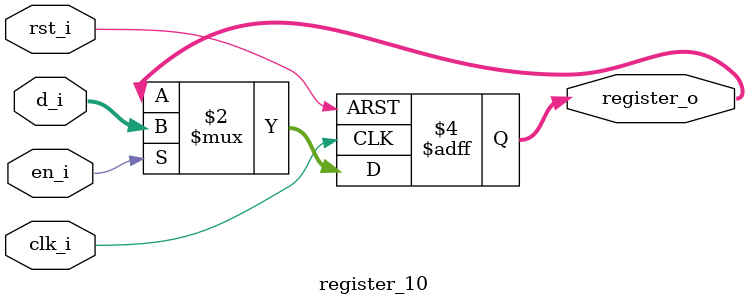
<source format=v>
`timescale 1ns / 1ps

//Ìîäóëü register_10 (ðåãèñòð íà 10 ïîçèöèé)
module register_10(
    input        [9:0]  d_i,             //Ââîäèìûå 10 ñèãíàëîâ
    input               clk_i,           //Òàêòîâûé èìïóëüñ
    input               rst_i,           //Ñáðîñ ðåãèñòðà â 0
    input               en_i,            //Ñèãíàë íà ñ÷èòûâàíèå ââîäèìûõ ñèãíàëîâ
    output  reg  [9:0]  register_o       //Âûâîä çíà÷åíèé, çàïîìèíàåìûõ ðåãèñòðîì
    );
  
  //Îáû÷íûé áëîê èç 10 D-òðèããåðîâ  
  always @( posedge clk_i or posedge rst_i ) begin
    if ( rst_i )
      register_o <= 0;
    else if ( en_i ) 
      register_o <= d_i;
  end 
  
endmodule

</source>
